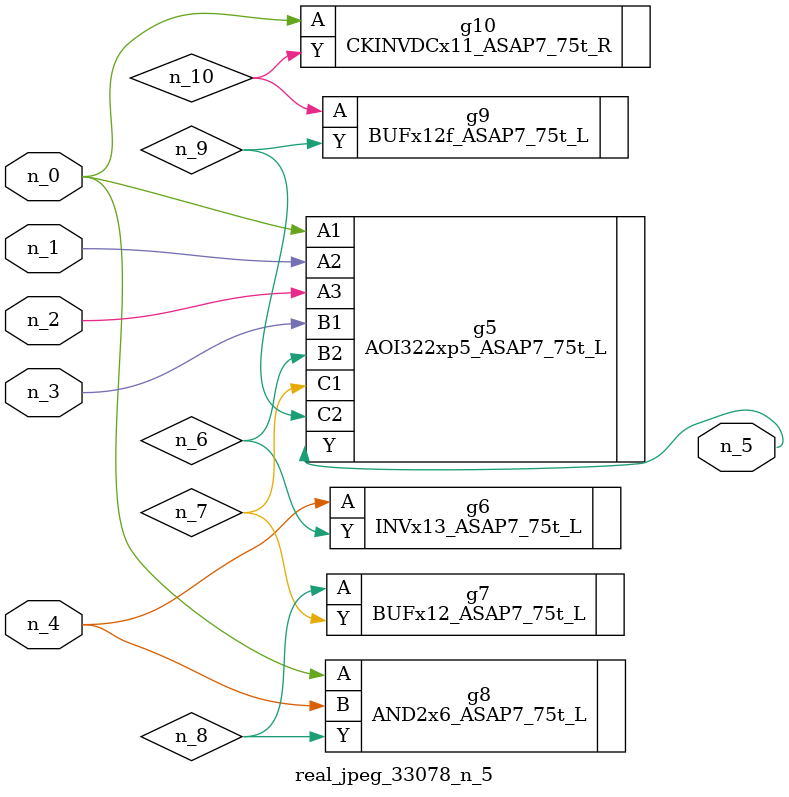
<source format=v>
module real_jpeg_33078_n_5 (n_4, n_0, n_1, n_2, n_3, n_5);

input n_4;
input n_0;
input n_1;
input n_2;
input n_3;

output n_5;

wire n_8;
wire n_6;
wire n_7;
wire n_10;
wire n_9;

AOI322xp5_ASAP7_75t_L g5 ( 
.A1(n_0),
.A2(n_1),
.A3(n_2),
.B1(n_3),
.B2(n_6),
.C1(n_7),
.C2(n_9),
.Y(n_5)
);

AND2x6_ASAP7_75t_L g8 ( 
.A(n_0),
.B(n_4),
.Y(n_8)
);

CKINVDCx11_ASAP7_75t_R g10 ( 
.A(n_0),
.Y(n_10)
);

INVx13_ASAP7_75t_L g6 ( 
.A(n_4),
.Y(n_6)
);

BUFx12_ASAP7_75t_L g7 ( 
.A(n_8),
.Y(n_7)
);

BUFx12f_ASAP7_75t_L g9 ( 
.A(n_10),
.Y(n_9)
);


endmodule
</source>
